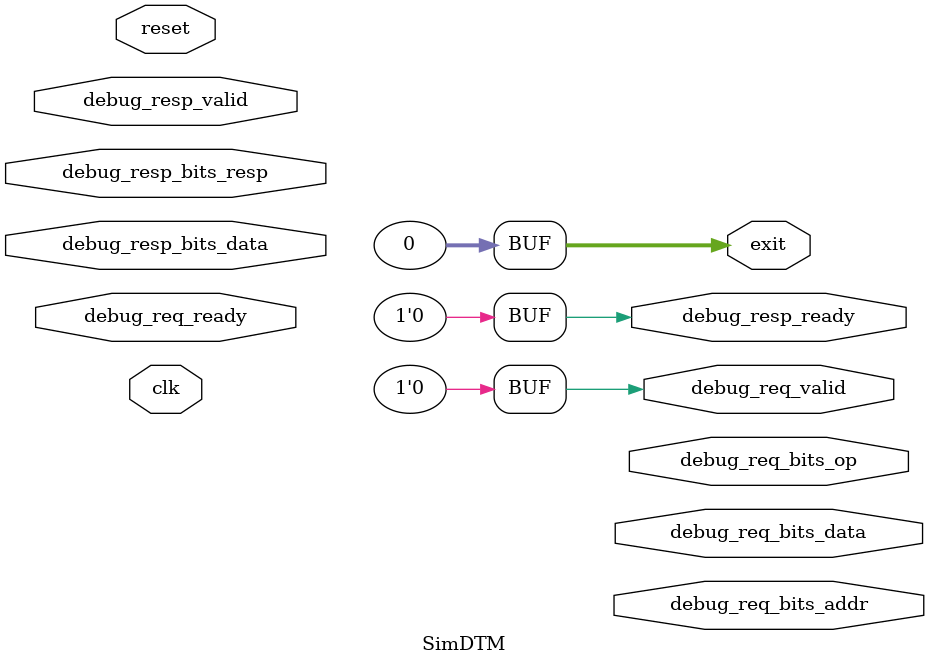
<source format=v>


//   input  bit        debug_resp_valid,
//   output bit        debug_resp_ready,
//   input  int        debug_resp_bits_resp,
//   input  int        debug_resp_bits_data
// );

module SimDTM(
  input clk,
  input reset,

  output        debug_req_valid,
  input         debug_req_ready,
  output [ 6:0] debug_req_bits_addr,
  output [ 1:0] debug_req_bits_op,
  output [31:0] debug_req_bits_data,

  input         debug_resp_valid,
  output        debug_resp_ready,
  input  [ 1:0] debug_resp_bits_resp,
  input  [31:0] debug_resp_bits_data,

  output [31:0] exit
);
  assign debug_req_valid = 1'b0;
  assign debug_resp_ready = 1'b0;
  assign exit = 1'b0;
  // bit r_reset;

  // wire __debug_req_ready = debug_req_ready;
  // wire __debug_resp_valid = debug_resp_valid;
  // wire [31:0] __debug_resp_bits_resp = {30'b0, debug_resp_bits_resp};
  // wire [31:0] __debug_resp_bits_data = debug_resp_bits_data;

  // bit __debug_req_valid;
  // int __debug_req_bits_addr;
  // int __debug_req_bits_op;
  // int __debug_req_bits_data;
  // bit __debug_resp_ready;
  // int __exit;

  // reg        debug_req_valid_reg;
  // reg [ 6:0] debug_req_bits_addr_reg;
  // reg [ 1:0] debug_req_bits_op_reg;
  // reg [31:0] debug_req_bits_data_reg;
  // reg        debug_resp_ready_reg;
  // reg [31:0] exit_reg;

  // always @(posedge clk) begin
  //   debug_req_valid_reg <= __debug_req_valid;
  //   debug_req_bits_addr_reg <= __debug_req_bits_addr[6:0];
  //   debug_req_bits_op_reg <= __debug_req_bits_op[1:0];
  //   debug_req_bits_data_reg <= __debug_req_bits_data[31:0];
  //   debug_resp_ready_reg <= __debug_resp_ready;
  //   exit_reg <= __exit;
  // end

  // assign debug_req_valid = 0;
  // assign debug_req_bits_addr = debug_req_bits_addr_reg;
  // assign debug_req_bits_op = debug_req_bits_op_reg;
  // assign debug_req_bits_data = debug_req_bits_data_reg;
  // assign debug_resp_ready = 0;
  // assign exit = exit_reg;

  // always @(negedge clk)
  // begin
  //   r_reset <= reset;
  //   if (reset || r_reset)
  //   begin
  //     __debug_req_valid = 0;
  //     __debug_resp_ready = 0;
  //     __exit = 0;
  //   end
  //   else
  //   begin
  //     __exit = debug_tick(
  //       __debug_req_valid,
  //       __debug_req_ready,
  //       __debug_req_bits_addr,
  //       __debug_req_bits_op,
  //       __debug_req_bits_data,
  //       __debug_resp_valid,
  //       __debug_resp_ready,
  //       __debug_resp_bits_resp,
  //       __debug_resp_bits_data
  //     );
  //   end
  // end
endmodule

</source>
